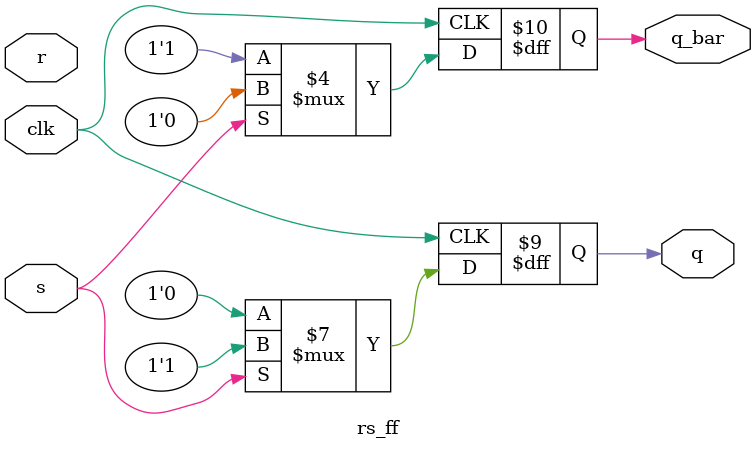
<source format=v>
module rs_ff(q,q_bar,s,r,clk);

input s,r,clk;
output reg q,q_bar;

always@(posedge clk) begin
    if (s==0) begin
        q<=0; q_bar<=1;
    end
    else begin
        q<=1; q_bar<=0;
    end
end
endmodule
</source>
